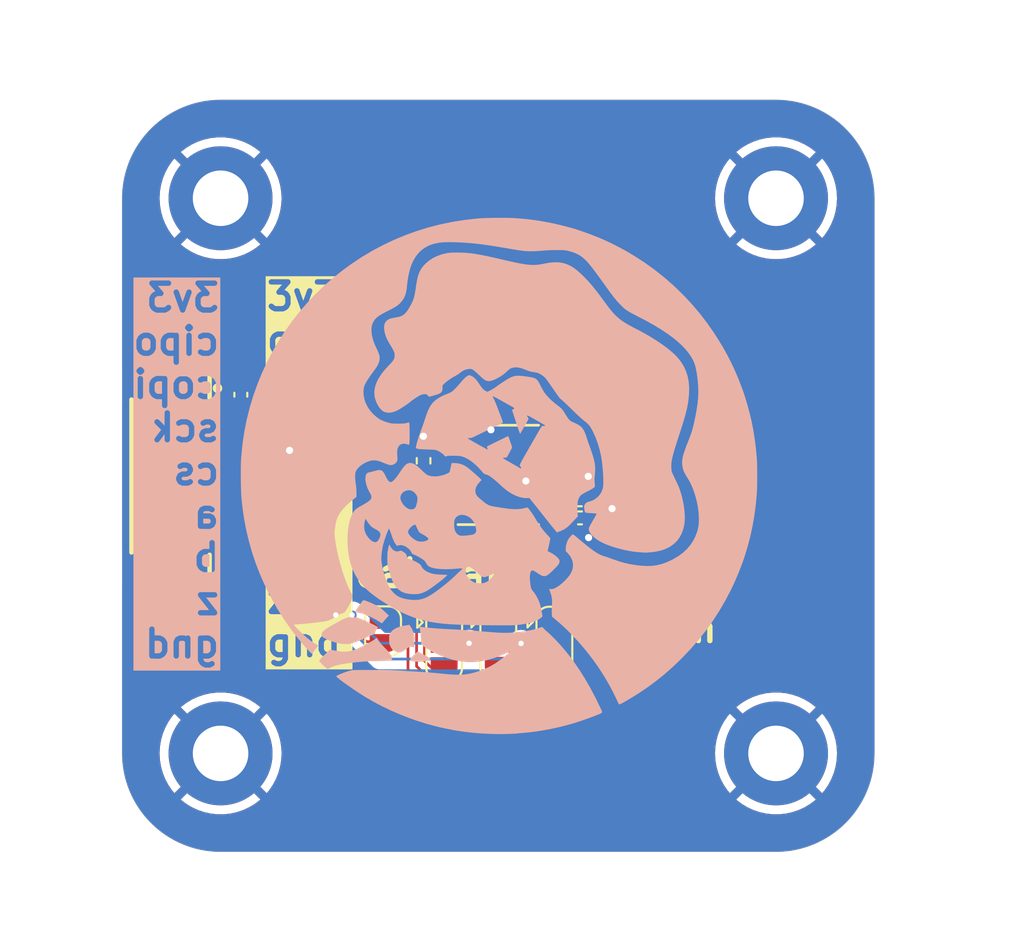
<source format=kicad_pcb>
(kicad_pcb (version 20221018) (generator pcbnew)
  (layers (0 "F.Cu" signal) (31 "B.Cu" signal) (34 "B.Paste" user) (35 "F.Paste" user) (36 "B.SilkS" user "B.Silkscreen") (37 "F.SilkS" user "F.Silkscreen") (38 "B.Mask" user) (39 "F.Mask" user) (44 "Edge.Cuts" user))
  (net 0 "")
  (net 1 "+3V3")
  (net 2 "GND")
  (net 3 "/CIPO")
  (net 4 "/COPI")
  (net 5 "/SCK")
  (net 6 "/~{CS}")
  (net 7 "/ENC_1")
  (net 8 "/ENC_2")
  (net 9 "/ENC_3")
  (net 10 "Net-(JP105-B)")
  (net 11 "/PWM")
  (net 12 "/Z")
  (net 13 "/W")
  (net 14 "/B")
  (net 15 "/V")
  (net 16 "/A")
  (net 17 "/U")
  (footprint "Jumper:SolderJumper-2_P1.3mm_Open_RoundedPad1.0x1.5mm" (layer "F.Cu") (at 133.95 102.66 90)
    (fp_text reference "JP105" hide)
    (fp_text value "CAL")
    (pad "1" smd custom (at -0.65 0 90) (size 1 0.5) (layers "F.Cu" "F.Mask") (net 7 "/ENC_1") (options (clearance outline) (anchor rect)) (primitives (gr_circle (center 0 0.25) (end 0.5 0.25) (width 0) (fill yes)) (gr_circle (center 0 -0.25) (end 0.5 -0.25) (width 0) (fill yes)) (gr_poly (pts (xy 0.5 0.75) (xy 0 0.75) (xy 0 -0.75) (xy 0.5 -0.75)) (width 0) (fill yes))))
    (pad "2" smd custom (at 0.65 0 90) (size 1 0.5) (layers "F.Cu" "F.Mask") (net 10 "Net-(JP105-B)") (options (clearance outline) (anchor rect)) (primitives (gr_circle (center 0 0.25) (end 0.5 0.25) (width 0) (fill yes)) (gr_circle (center 0 -0.25) (end 0.5 -0.25) (width 0) (fill yes)) (gr_poly (pts (xy 0 0.75) (xy -0.5 0.75) (xy -0.5 -0.75) (xy 0 -0.75)) (width 0) (fill yes))))
  )
  (footprint "Jumper:SolderJumper-3_P1.3mm_Bridged12_RoundedPad1.0x1.5mm" (layer "F.Cu") (at 143.51 103.33 -90)
    (fp_text reference "JP102" hide)
    (fp_text value "ZW")
    (fp_poly (pts (xy -0.9 -0.3) (xy -0.4 -0.3) (xy -0.4 0.3) (xy -0.9 0.3)) (fill solid) (layer "F.Cu"))
    (pad "1" smd custom (at -1.3 0 270) (size 1 0.5) (layers "F.Cu" "F.Mask") (net 12 "/Z") (options (clearance outline) (anchor rect)) (primitives (gr_circle (center 0 0.25) (end 0.5 0.25) (width 0) (fill yes)) (gr_circle (center 0 -0.25) (end 0.5 -0.25) (width 0) (fill yes)) (gr_poly (pts (xy 0.55 0.75) (xy 0 0.75) (xy 0 -0.75) (xy 0.55 -0.75)) (width 0) (fill yes))))
    (pad "2" smd rect (at 0 0 270) (size 1 1.5) (layers "F.Cu" "F.Mask") (net 9 "/ENC_3"))
    (pad "3" smd custom (at 1.3 0 270) (size 1 0.5) (layers "F.Cu" "F.Mask") (net 13 "/W") (options (clearance outline) (anchor rect)) (primitives (gr_circle (center 0 0.25) (end 0.5 0.25) (width 0) (fill yes)) (gr_circle (center 0 -0.25) (end 0.5 -0.25) (width 0) (fill yes)) (gr_poly (pts (xy 0 0.75) (xy -0.55 0.75) (xy -0.55 -0.75) (xy 0 -0.75)) (width 0) (fill yes))))
  )
  (footprint "Capacitor_SMD:C_0402_1005Metric" (layer "F.Cu") (at 126.01 89.44 90)
    (fp_text reference "C101" hide)
    (fp_text value "100n")
    (pad "1" smd roundrect (at -0.48 0 90) (size 0.56 0.62) (layers "F.Cu" "F.Paste" "F.Mask") (net 1 "+3V3"))
    (pad "2" smd roundrect (at 0.48 0 90) (size 0.56 0.62) (layers "F.Cu" "F.Paste" "F.Mask") (net 2 "GND"))
  )
  (footprint "matei:MagnTek TSSOP-16-1EP_4.4x5mm_P0.65mm" (layer "F.Cu") (at 140.38 93.97)
    (fp_text reference "U101" hide)
    (fp_text value "MT6835")
    (pad "1" smd rect locked (at -2.775 -2.275) (size 1.05 0.45) (layers "F.Cu" "F.Paste" "F.Mask") (net 17 "/U"))
    (pad "2" smd rect locked (at -2.775 -1.625) (size 1.05 0.45) (layers "F.Cu" "F.Paste" "F.Mask") (net 15 "/V"))
    (pad "3" smd rect locked (at -2.775 -0.975) (size 1.05 0.45) (layers "F.Cu" "F.Paste" "F.Mask") (net 13 "/W"))
    (pad "4" smd rect locked (at -2.775 -0.325) (size 1.05 0.45) (layers "F.Cu" "F.Paste" "F.Mask") (net 10 "Net-(JP105-B)"))
    (pad "5" smd rect locked (at -2.775 0.325) (size 1.05 0.45) (layers "F.Cu" "F.Paste" "F.Mask") (net 3 "/CIPO"))
    (pad "6" smd rect locked (at -2.775 0.975) (size 1.05 0.45) (layers "F.Cu" "F.Paste" "F.Mask") (net 4 "/COPI"))
    (pad "7" smd rect locked (at -2.775 1.625) (size 1.05 0.45) (layers "F.Cu" "F.Paste" "F.Mask") (net 5 "/SCK"))
    (pad "8" smd rect locked (at -2.775 2.275) (size 1.05 0.45) (layers "F.Cu" "F.Paste" "F.Mask") (net 6 "/~{CS}"))
    (pad "9" smd rect locked (at 2.775 2.275) (size 1.05 0.45) (layers "F.Cu" "F.Paste" "F.Mask") (net 1 "+3V3"))
    (pad "10" smd rect locked (at 2.775 1.625) (size 1.05 0.45) (layers "F.Cu" "F.Paste" "F.Mask") (net 11 "/PWM"))
    (pad "11" smd rect locked (at 2.775 0.975) (size 1.05 0.45) (layers "F.Cu" "F.Paste" "F.Mask") (net 2 "GND"))
    (pad "12" smd rect locked (at 2.775 0.325) (size 1.05 0.45) (layers "F.Cu" "F.Paste" "F.Mask") (net 2 "GND"))
    (pad "13" smd rect locked (at 2.775 -0.325) (size 1.05 0.45) (layers "F.Cu" "F.Paste" "F.Mask") (net 2 "GND"))
    (pad "14" smd rect locked (at 2.775 -0.975) (size 1.05 0.45) (layers "F.Cu" "F.Paste" "F.Mask") (net 12 "/Z"))
    (pad "15" smd rect locked (at 2.775 -1.625) (size 1.05 0.45) (layers "F.Cu" "F.Paste" "F.Mask") (net 14 "/B"))
    (pad "16" smd rect locked (at 2.775 -2.275) (size 1.05 0.45) (layers "F.Cu" "F.Paste" "F.Mask") (net 16 "/A"))
  )
  (footprint "easyeda2kicad:CONN-SMD_AFC10-S09QCC-00" (layer "F.Cu") (at 122.6175 93.98 -90)
    (fp_text reference "J101" hide)
    (fp_text value "JST-SH")
    (pad "1" smd rect (at -4 -1.79) (size 1.6 0.4) (layers "F.Cu" "F.Paste" "F.Mask") (net 1 "+3V3"))
    (pad "2" smd rect (at -3 -1.79) (size 1.6 0.4) (layers "F.Cu" "F.Paste" "F.Mask") (net 3 "/CIPO"))
    (pad "3" smd rect (at -2 -1.79) (size 1.6 0.4) (layers "F.Cu" "F.Paste" "F.Mask") (net 4 "/COPI"))
    (pad "4" smd rect (at -1 -1.79) (size 1.6 0.4) (layers "F.Cu" "F.Paste" "F.Mask") (net 5 "/SCK"))
    (pad "5" smd rect (at 0 -1.79) (size 1.6 0.4) (layers "F.Cu" "F.Paste" "F.Mask") (net 6 "/~{CS}"))
    (pad "6" smd rect (at 1 -1.79) (size 1.6 0.4) (layers "F.Cu" "F.Paste" "F.Mask") (net 7 "/ENC_1"))
    (pad "7" smd rect (at 2 -1.79) (size 1.6 0.4) (layers "F.Cu" "F.Paste" "F.Mask") (net 8 "/ENC_2"))
    (pad "8" smd rect (at 3 -1.79) (size 1.6 0.4) (layers "F.Cu" "F.Paste" "F.Mask") (net 9 "/ENC_3"))
    (pad "9" smd rect (at 4 -1.79) (size 1.6 0.4) (layers "F.Cu" "F.Paste" "F.Mask") (net 2 "GND"))
    (pad "10" smd rect (at 5.1 1.79) (size 1.8 1.2) (layers "F.Cu" "F.Paste" "F.Mask"))
    (pad "11" smd rect (at -5.1 1.79) (size 1.8 1.2) (layers "F.Cu" "F.Paste" "F.Mask"))
  )
  (footprint "Jumper:SolderJumper-3_P1.3mm_Bridged12_RoundedPad1.0x1.5mm" (layer "F.Cu") (at 137.36 103.35 -90)
    (fp_text reference "JP104" hide)
    (fp_text value "AU")
    (fp_poly (pts (xy -0.9 -0.3) (xy -0.4 -0.3) (xy -0.4 0.3) (xy -0.9 0.3)) (fill solid) (layer "F.Cu"))
    (pad "1" smd custom (at -1.3 0 270) (size 1 0.5) (layers "F.Cu" "F.Mask") (net 16 "/A") (options (clearance outline) (anchor rect)) (primitives (gr_circle (center 0 0.25) (end 0.5 0.25) (width 0) (fill yes)) (gr_circle (center 0 -0.25) (end 0.5 -0.25) (width 0) (fill yes)) (gr_poly (pts (xy 0.55 0.75) (xy 0 0.75) (xy 0 -0.75) (xy 0.55 -0.75)) (width 0) (fill yes))))
    (pad "2" smd rect (at 0 0 270) (size 1 1.5) (layers "F.Cu" "F.Mask") (net 7 "/ENC_1"))
    (pad "3" smd custom (at 1.3 0 270) (size 1 0.5) (layers "F.Cu" "F.Mask") (net 17 "/U") (options (clearance outline) (anchor rect)) (primitives (gr_circle (center 0 0.25) (end 0.5 0.25) (width 0) (fill yes)) (gr_circle (center 0 -0.25) (end 0.5 -0.25) (width 0) (fill yes)) (gr_poly (pts (xy 0 0.75) (xy -0.55 0.75) (xy -0.55 -0.75) (xy 0 -0.75)) (width 0) (fill yes))))
  )
  (footprint "mechanical:NEMA17" (layer "F.Cu") (at 140.38 93.97)
    (fp_text reference "H101" hide)
    (fp_text value "PCB" hide)
    (fp_line (start -21 15.5) (end -21 -15.5) (stroke (width 0.016)) (layer "Edge.Cuts"))
    (fp_line (start -15.5 -21) (end 15.5 -21) (stroke (width 0.016)) (layer "Edge.Cuts"))
    (fp_line (start 15.5 21) (end -15.5 21) (stroke (width 0.016)) (layer "Edge.Cuts"))
    (fp_line (start 21 -15.5) (end 21 15.5) (stroke (width 0.016)) (layer "Edge.Cuts"))
    (fp_arc (start -21 -15.5) (mid -19.389087 -19.389087) (end -15.5 -21) (stroke (width 0.016)) (layer "Edge.Cuts"))
    (fp_arc (start -15.5 21) (mid -19.389087 19.389087) (end -21 15.5) (stroke (width 0.016)) (layer "Edge.Cuts"))
    (fp_arc (start 15.5 -21) (mid 19.389087 -19.389087) (end 21 -15.5) (stroke (width 0.016)) (layer "Edge.Cuts"))
    (fp_arc (start 21 15.5) (mid 19.389087 19.389087) (end 15.5 21) (stroke (width 0.016)) (layer "Edge.Cuts"))
    (pad "1" thru_hole circle locked (at -15.5 -15.5) (size 5.8 5.8) (drill 3.1) (layers "*.Cu" "*.Mask") (net 2 "GND"))
    (pad "1" thru_hole circle locked (at -15.5 15.5) (size 5.8 5.8) (drill 3.1) (layers "*.Cu" "*.Mask") (net 2 "GND"))
    (pad "1" thru_hole circle locked (at 15.5 -15.5) (size 5.8 5.8) (drill 3.1) (layers "*.Cu" "*.Mask") (net 2 "GND"))
    (pad "1" thru_hole circle locked (at 15.5 15.5) (size 5.8 5.8) (drill 3.1) (layers "*.Cu" "*.Mask") (net 2 "GND"))
  )
  (footprint "Capacitor_SMD:C_0402_1005Metric" (layer "F.Cu") (at 144.93 95.31)
    (fp_text reference "C103" hide)
    (fp_text value "1u")
    (pad "1" smd roundrect (at -0.48 0) (size 0.56 0.62) (layers "F.Cu" "F.Paste" "F.Mask") (net 1 "+3V3"))
    (pad "2" smd roundrect (at 0.48 0) (size 0.56 0.62) (layers "F.Cu" "F.Paste" "F.Mask") (net 2 "GND"))
  )
  (footprint "Capacitor_SMD:C_0402_1005Metric" (layer "F.Cu") (at 144.94 96.32)
    (fp_text reference "C102" hide)
    (fp_text value "100n")
    (pad "1" smd roundrect (at -0.48 0) (size 0.56 0.62) (layers "F.Cu" "F.Paste" "F.Mask") (net 1 "+3V3"))
    (pad "2" smd roundrect (at 0.48 0) (size 0.56 0.62) (layers "F.Cu" "F.Paste" "F.Mask") (net 2 "GND"))
  )
  (footprint "Jumper:SolderJumper-3_P1.3mm_Bridged12_RoundedPad1.0x1.5mm" (layer "F.Cu") (at 140.38 103.33 -90)
    (fp_text reference "JP103" hide)
    (fp_text value "BV")
    (fp_poly (pts (xy -0.9 -0.3) (xy -0.4 -0.3) (xy -0.4 0.3) (xy -0.9 0.3)) (fill solid) (layer "F.Cu"))
    (pad "1" smd custom (at -1.3 0 270) (size 1 0.5) (layers "F.Cu" "F.Mask") (net 14 "/B") (options (clearance outline) (anchor rect)) (primitives (gr_circle (center 0 0.25) (end 0.5 0.25) (width 0) (fill yes)) (gr_circle (center 0 -0.25) (end 0.5 -0.25) (width 0) (fill yes)) (gr_poly (pts (xy 0.55 0.75) (xy 0 0.75) (xy 0 -0.75) (xy 0.55 -0.75)) (width 0) (fill yes))))
    (pad "2" smd rect (at 0 0 270) (size 1 1.5) (layers "F.Cu" "F.Mask") (net 8 "/ENC_2"))
    (pad "3" smd custom (at 1.3 0 270) (size 1 0.5) (layers "F.Cu" "F.Mask") (net 15 "/V") (options (clearance outline) (anchor rect)) (primitives (gr_circle (center 0 0.25) (end 0.5 0.25) (width 0) (fill yes)) (gr_circle (center 0 -0.25) (end 0.5 -0.25) (width 0) (fill yes)) (gr_poly (pts (xy 0 0.75) (xy -0.55 0.75) (xy -0.55 -0.75) (xy 0 -0.75)) (width 0) (fill yes))))
  )
  (footprint "Jumper:SolderJumper-2_P1.3mm_Open_RoundedPad1.0x1.5mm" (layer "F.Cu") (at 146.42 102.67 -90)
    (fp_text reference "JP101" hide)
    (fp_text value "PWM")
    (pad "1" smd custom (at -0.65 0 270) (size 1 0.5) (layers "F.Cu" "F.Mask") (net 11 "/PWM") (options (clearance outline) (anchor rect)) (primitives (gr_circle (center 0 0.25) (end 0.5 0.25) (width 0) (fill yes)) (gr_circle (center 0 -0.25) (end 0.5 -0.25) (width 0) (fill yes)) (gr_poly (pts (xy 0.5 0.75) (xy 0 0.75) (xy 0 -0.75) (xy 0.5 -0.75)) (width 0) (fill yes))))
    (pad "2" smd custom (at 0.65 0 270) (size 1 0.5) (layers "F.Cu" "F.Mask") (net 9 "/ENC_3") (options (clearance outline) (anchor rect)) (primitives (gr_circle (center 0 0.25) (end 0.5 0.25) (width 0) (fill yes)) (gr_circle (center 0 -0.25) (end 0.5 -0.25) (width 0) (fill yes)) (gr_poly (pts (xy 0 0.75) (xy -0.5 0.75) (xy -0.5 -0.75) (xy 0 -0.75)) (width 0) (fill yes))))
  )
  (footprint "Resistor_SMD:R_0402_1005Metric" (layer "F.Cu") (at 136.21 93.13 90)
    (fp_text reference "R101" hide)
    (fp_text value "10k")
    (pad "1" smd roundrect (at -0.51 0 90) (size 0.54 0.64) (layers "F.Cu" "F.Paste" "F.Mask") (net 10 "Net-(JP105-B)"))
    (pad "2" smd roundrect (at 0.51 0 90) (size 0.54 0.64) (layers "F.Cu" "F.Paste" "F.Mask") (net 2 "GND"))
  )
  (footprint "LOGO" (layer "B.Cu") (at 140.38 93.97 180)
    (fp_text reference "G***" hide)
    (fp_text value "LOGO" hide)
  )
  (gr_text "3v3\ncipo\ncopi\nsck\ncs\na\nb\nz\ngnd" (at 124.96 104.23) (layer "B.SilkS" knockout) (effects (font (size 1.5 1.5) (thickness 0.3) bold) (justify left bottom mirror)))
  (gr_text "pwm" (at 147.42 103.37) (layer "F.SilkS") (effects (font (size 1.5 1.5) (thickness 0.3) bold) (justify left bottom)))
  (gr_text "abz" (at 138.09 100.35) (layer "F.SilkS") (effects (font (size 1.5 1.5) (thickness 0.3) bold) (justify left bottom)))
  (gr_text "uvw" (at 137.81 107.72) (layer "F.SilkS") (effects (font (size 1.5 1.5) (thickness 0.3) bold) (justify left bottom)))
  (gr_text "3v3\ncipo\ncopi\nsck\ncs\na\nb\nz\ngnd" (at 127.3 104.16) (layer "F.SilkS" knockout) (effects (font (size 1.5 1.5) (thickness 0.3) bold) (justify left bottom)))
  (gr_text "cal" (at 132.24 100.3) (layer "F.SilkS") (effects (font (size 1.5 1.5) (thickness 0.3) bold) (justify left bottom)))
  (segment (start 126.01 89.92) (end 143.39 89.92) (width 0.25) (layer "F.Cu") (net 1))
  (segment (start 144.45 90.98) (end 144.45 95.31) (width 0.25) (layer "F.Cu") (net 1))
  (segment (start 144.46 95.32) (end 144.45 95.31) (width 0.25) (layer "F.Cu") (net 1))
  (segment (start 124.4075 89.98) (end 125.95 89.98) (width 0.25) (layer "F.Cu") (net 1))
  (segment (start 125.95 89.98) (end 126.01 89.92) (width 0.25) (layer "F.Cu") (net 1))
  (segment (start 143.155 96.245) (end 144.385 96.245) (width 0.25) (layer "F.Cu") (net 1))
  (segment (start 144.385 96.245) (end 144.46 96.32) (width 0.25) (layer "F.Cu") (net 1))
  (segment (start 143.39 89.92) (end 144.45 90.98) (width 0.25) (layer "F.Cu") (net 1))
  (segment (start 144.46 96.32) (end 144.46 95.32) (width 0.25) (layer "F.Cu") (net 1))
  (segment (start 143.155 94.295) (end 141.955 94.295) (width 0.25) (layer "F.Cu") (net 2))
  (segment (start 141.955 94.295) (end 141.92 94.26) (width 0.25) (layer "F.Cu") (net 2))
  (segment (start 136.21 92.62) (end 136.21 91.77) (width 0.25) (layer "F.Cu") (net 2))
  (segment (start 136.21 91.77) (end 136.2 91.76) (width 0.25) (layer "F.Cu") (net 2))
  (via (at 136.2 91.76) (size 0.8) (drill 0.4) (layers "F.Cu" "B.Cu") (net 2))
  (via (at 145.4 94) (size 0.8) (drill 0.4) (layers "F.Cu" "B.Cu") (net 2))
  (via (at 146.73 95.8) (size 0.8) (drill 0.4) (layers "F.Cu" "B.Cu") (net 2))
  (via (at 141.92 94.26) (size 0.8) (drill 0.4) (layers "F.Cu" "B.Cu") (net 2))
  (via (at 128.73 92.55) (size 0.8) (drill 0.4) (layers "F.Cu" "B.Cu") (net 2))
  (via (at 139.97 91.4) (size 0.8) (drill 0.4) (layers "F.Cu" "B.Cu") (net 2))
  (via (at 145.42 97.42) (size 0.8) (drill 0.4) (layers "F.Cu" "B.Cu") (net 2))
  (segment (start 125.39 90.98) (end 124.4075 90.98) (width 0.15) (layer "F.Cu") (net 3))
  (segment (start 128.705 94.295) (end 125.39 90.98) (width 0.15) (layer "F.Cu") (net 3))
  (segment (start 137.605 94.295) (end 128.705 94.295) (width 0.15) (layer "F.Cu") (net 3))
  (segment (start 128.345 94.945) (end 125.38 91.98) (width 0.15) (layer "F.Cu") (net 4))
  (segment (start 125.38 91.98) (end 124.4075 91.98) (width 0.15) (layer "F.Cu") (net 4))
  (segment (start 137.605 94.945) (end 128.345 94.945) (width 0.15) (layer "F.Cu") (net 4))
  (segment (start 137.605 95.595) (end 128.105 95.595) (width 0.15) (layer "F.Cu") (net 5))
  (segment (start 125.49 92.98) (end 124.4075 92.98) (width 0.15) (layer "F.Cu") (net 5))
  (segment (start 128.105 95.595) (end 125.49 92.98) (width 0.15) (layer "F.Cu") (net 5))
  (segment (start 125.48 93.98) (end 124.4075 93.98) (width 0.15) (layer "F.Cu") (net 6))
  (segment (start 127.745 96.245) (end 125.48 93.98) (width 0.15) (layer "F.Cu") (net 6))
  (segment (start 137.605 96.245) (end 127.745 96.245) (width 0.15) (layer "F.Cu") (net 6))
  (segment (start 137.36 103.35) (end 138.72 103.35) (width 0.15) (layer "F.Cu") (net 7))
  (segment (start 138.72 103.35) (end 138.75 103.32) (width 0.15) (layer "F.Cu") (net 7))
  (segment (start 132.22 102.42) (end 133.03 103.23) (width 0.15) (layer "F.Cu") (net 7))
  (segment (start 125.53 94.98) (end 124.4075 94.98) (width 0.15) (layer "F.Cu") (net 7))
  (segment (start 133.03 103.23) (end 133.672512 103.23) (width 0.15) (layer "F.Cu") (net 7))
  (segment (start 132.22 101.74) (end 132.22 101.67) (width 0.15) (layer "F.Cu") (net 7))
  (segment (start 132.22 101.74) (end 132.22 102.42) (width 0.15) (layer "F.Cu") (net 7))
  (segment (start 133.752512 103.31) (end 133.95 103.31) (width 0.15) (layer "F.Cu") (net 7))
  (segment (start 133.672512 103.23) (end 133.752512 103.31) (width 0.15) (layer "F.Cu") (net 7))
  (segment (start 125.53 94.98) (end 132.22 101.67) (width 0.15) (layer "F.Cu") (net 7))
  (via (at 138.75 103.32) (size 0.5) (drill 0.3) (layers "F.Cu" "B.Cu") (net 7))
  (via (at 132.22 101.74) (size 0.5) (drill 0.3) (layers "F.Cu" "B.Cu") (net 7))
  (segment (start 133.8 103.32) (end 138.75 103.32) (width 0.15) (layer "B.Cu") (net 7))
  (segment (start 132.22 101.74) (end 133.8 103.32) (width 0.15) (layer "B.Cu") (net 7))
  (segment (start 125.55 95.98) (end 124.4075 95.98) (width 0.15) (layer "F.Cu") (net 8))
  (segment (start 140.38 103.33) (end 141.65 103.33) (width 0.15) (layer "F.Cu") (net 8))
  (segment (start 131.31 101.74) (end 125.55 95.98) (width 0.15) (layer "F.Cu") (net 8))
  (via (at 131.31 101.74) (size 0.5) (drill 0.3) (layers "F.Cu" "B.Cu") (net 8))
  (via (at 141.65 103.33) (size 0.5) (drill 0.3) (layers "F.Cu" "B.Cu") (net 8))
  (segment (start 133.77 104.2) (end 140.78 104.2) (width 0.15) (layer "B.Cu") (net 8))
  (segment (start 131.31 101.74) (end 133.77 104.2) (width 0.15) (layer "B.Cu") (net 8))
  (segment (start 140.78 104.2) (end 141.65 103.33) (width 0.15) (layer "B.Cu") (net 8))
  (segment (start 134.0275 106.3) (end 124.7075 96.98) (width 0.15) (layer "F.Cu") (net 9))
  (segment (start 146.41 103.33) (end 146.42 103.32) (width 0.15) (layer "F.Cu") (net 9))
  (segment (start 124.7075 96.98) (end 124.4075 96.98) (width 0.15) (layer "F.Cu") (net 9))
  (segment (start 143.51 103.33) (end 146.41 103.33) (width 0.15) (layer "F.Cu") (net 9))
  (segment (start 146.42 103.32) (end 143.44 106.3) (width 0.15) (layer "F.Cu") (net 9))
  (segment (start 143.44 106.3) (end 134.0275 106.3) (width 0.15) (layer "F.Cu") (net 9))
  (segment (start 133.95 101.485686) (end 133.95 102.01) (width 0.15) (layer "F.Cu") (net 10))
  (segment (start 137.605 93.645) (end 136.215 93.645) (width 0.15) (layer "F.Cu") (net 10))
  (segment (start 138.47 93.885) (end 138.47 96.965686) (width 0.15) (layer "F.Cu") (net 10))
  (segment (start 137.605 93.645) (end 138.23 93.645) (width 0.15) (layer "F.Cu") (net 10))
  (segment (start 138.47 96.965686) (end 133.95 101.485686) (width 0.15) (layer "F.Cu") (net 10))
  (segment (start 136.215 93.645) (end 136.21 93.64) (width 0.15) (layer "F.Cu") (net 10))
  (segment (start 138.23 93.645) (end 138.47 93.885) (width 0.15) (layer "F.Cu") (net 10))
  (segment (start 142.53 95.595) (end 142.11 96.015) (width 0.15) (layer "F.Cu") (net 11))
  (segment (start 142.11 97.71) (end 146.42 102.02) (width 0.15) (layer "F.Cu") (net 11))
  (segment (start 142.11 96.015) (end 142.11 97.71) (width 0.15) (layer "F.Cu") (net 11))
  (segment (start 143.155 95.595) (end 142.53 95.595) (width 0.15) (layer "F.Cu") (net 11))
  (segment (start 141.13 93.45) (end 141.585 92.995) (width 0.15) (layer "F.Cu") (net 12))
  (segment (start 141.585 92.995) (end 143.155 92.995) (width 0.15) (layer "F.Cu") (net 12))
  (segment (start 143.51 102.03) (end 141.13 99.65) (width 0.15) (layer "F.Cu") (net 12))
  (segment (start 141.13 99.65) (end 141.13 93.45) (width 0.15) (layer "F.Cu") (net 12))
  (segment (start 138.79 93.39) (end 138.79 97.47) (width 0.15) (layer "F.Cu") (net 13))
  (segment (start 137.605 92.995) (end 138.395 92.995) (width 0.15) (layer "F.Cu") (net 13))
  (segment (start 138.79 97.47) (end 135.34 100.92) (width 0.15) (layer "F.Cu") (net 13))
  (segment (start 142.2 105.94) (end 143.51 104.63) (width 0.15) (layer "F.Cu") (net 13))
  (segment (start 135.34 100.92) (end 135.34 104.78) (width 0.15) (layer "F.Cu") (net 13))
  (segment (start 138.395 92.995) (end 138.79 93.39) (width 0.15) (layer "F.Cu") (net 13))
  (segment (start 135.34 104.78) (end 136.5 105.94) (width 0.15) (layer "F.Cu") (net 13))
  (segment (start 136.5 105.94) (end 142.2 105.94) (width 0.15) (layer "F.Cu") (net 13))
  (segment (start 140.65 93.09) (end 141.395 92.345) (width 0.15) (layer "F.Cu") (net 14))
  (segment (start 141.395 92.345) (end 143.155 92.345) (width 0.15) (layer "F.Cu") (net 14))
  (segment (start 140.38 102.03) (end 140.65 101.76) (width 0.15) (layer "F.Cu") (net 14))
  (segment (start 140.65 101.76) (end 140.65 93.09) (width 0.15) (layer "F.Cu") (net 14))
  (segment (start 139.32 97.75) (end 139.32 93.05) (width 0.15) (layer "F.Cu") (net 15))
  (segment (start 138.615 92.345) (end 137.605 92.345) (width 0.15) (layer "F.Cu") (net 15))
  (segment (start 139.42 105.59) (end 136.81 105.59) (width 0.15) (layer "F.Cu") (net 15))
  (segment (start 135.82 104.6) (end 135.82 101.25) (width 0.15) (layer "F.Cu") (net 15))
  (segment (start 135.82 101.25) (end 139.32 97.75) (width 0.15) (layer "F.Cu") (net 15))
  (segment (start 136.81 105.59) (end 135.82 104.6) (width 0.15) (layer "F.Cu") (net 15))
  (segment (start 139.32 93.05) (end 138.615 92.345) (width 0.15) (layer "F.Cu") (net 15))
  (segment (start 140.38 104.63) (end 139.42 105.59) (width 0.15) (layer "F.Cu") (net 15))
  (segment (start 140.18 92.81) (end 141.295 91.695) (width 0.15) (layer "F.Cu") (net 16))
  (segment (start 141.295 91.695) (end 143.155 91.695) (width 0.15) (layer "F.Cu") (net 16))
  (segment (start 140.18 99.23) (end 140.18 92.81) (width 0.15) (layer "F.Cu") (net 16))
  (segment (start 137.36 102.05) (end 140.18 99.23) (width 0.15) (layer "F.Cu") (net 16))
  (segment (start 137.36 104.65) (end 136.61 104.65) (width 0.15) (layer "F.Cu") (net 17))
  (segment (start 138.635 91.695) (end 137.605 91.695) (width 0.15) (layer "F.Cu") (net 17))
  (segment (start 139.81 92.87) (end 138.635 91.695) (width 0.15) (layer "F.Cu") (net 17))
  (segment (start 136.26 101.6) (end 139.81 98.05) (width 0.15) (layer "F.Cu") (net 17))
  (segment (start 136.61 104.65) (end 136.26 104.3) (width 0.15) (layer "F.Cu") (net 17))
  (segment (start 136.26 104.3) (end 136.26 101.6) (width 0.15) (layer "F.Cu") (net 17))
  (segment (start 139.81 98.05) (end 139.81 92.87) (width 0.15) (layer "F.Cu") (net 17))
  (zone (net 2) (net_name "GND") (layers "F&B.Cu") (connect_pads (clearance 0.5)) (min_thickness 0.25) (fill yes (thermal_gap 0.5) (thermal_bridge_width 0.5))
    (polygon (pts (xy 112.57 67.4) (xy 112.57 120.57) (xy 165.41 120.57) (xy 169.74 116.24) (xy 169.74 71.62) (xy 165.52 67.4)))
  )
)
</source>
